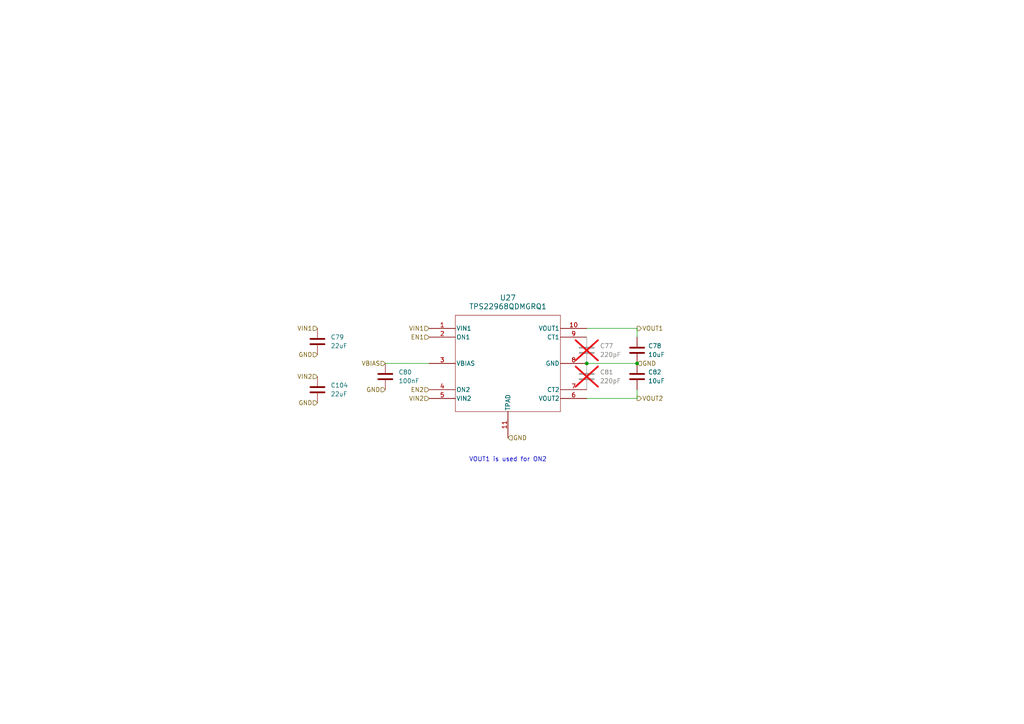
<source format=kicad_sch>
(kicad_sch (version 20250114) (generator "eeschema") (generator_version "9.0")
  (paper "A4")
  (lib_symbols
    (symbol "Common:TPS22968QDMGRQ1" (pin_names (offset 0.254))
      (property "Reference" "U" (at 15.24 33.02 0))
      (property "Value" "TPS22968QDMGRQ1" (at 15.24 30.48 0))
      (symbol "TPS22968QDMGRQ1_0_1"
        (polyline (pts (xy 0 27.94) (xy 0 0)) (stroke (width 0.127)))
        (polyline (pts (xy 0 0) (xy 30.48 0)) (stroke (width 0.127)))
        (polyline (pts (xy 30.48 27.94) (xy 0 27.94)) (stroke (width 0.127)))
        (polyline (pts (xy 30.48 0) (xy 30.48 27.94)) (stroke (width 0.127)))
      )
      (symbol "TPS22968QDMGRQ1_1_1"
        (pin power_in line (at -7.62 24.13 0) (length 7.62) (name "VIN1") (number "1"))
        (pin input line (at -7.62 21.59 0) (length 7.62) (name "ON1") (number "2"))
        (pin power_in line (at -7.62 13.97 0) (length 7.62) (name "VBIAS") (number "3"))
        (pin input line (at -7.62 6.35 0) (length 7.62) (name "ON2") (number "4"))
        (pin power_in line (at -7.62 3.81 0) (length 7.62) (name "VIN2") (number "5"))
        (pin power_in line (at 15.24 -7.62 90) (length 7.62) (name "TPAD") (number "11"))
        (pin power_out line (at 38.1 24.13 180) (length 7.62) (name "VOUT1") (number "10"))
        (pin output line (at 38.1 21.59 180) (length 7.62) (name "CT1") (number "9"))
        (pin power_in line (at 38.1 13.97 180) (length 7.62) (name "GND") (number "8"))
        (pin output line (at 38.1 6.35 180) (length 7.62) (name "CT2") (number "7"))
        (pin power_out line (at 38.1 3.81 180) (length 7.62) (name "VOUT2") (number "6"))
      )
    )
    (symbol "Device:C" (pin_numbers (hide yes)) (pin_names (offset 0.254))
      (property "Reference" "C" (at 0.635 2.54 0))
      (property "Value" "C" (at 0.635 -2.54 0))
      (symbol "C_0_1"
        (polyline (pts (xy -2.032 0.762) (xy 2.032 0.762)) (stroke (width 0.508)))
        (polyline (pts (xy -2.032 -0.762) (xy 2.032 -0.762)) (stroke (width 0.508)))
      )
      (symbol "C_1_1"
        (pin passive line (at 0 3.81 270) (length 2.794) (name "~") (number "1"))
        (pin passive line (at 0 -3.81 90) (length 2.794) (name "~") (number "2"))
      )
    )
  )
  (text "VOUT1 is used for ON2" (at 147.32 133.35 0) (effects (font (size 1.27 1.27))))
  (junction (at 184.785 105.41))
  (junction (at 170.18 105.41))
  (wire (pts (xy 170.18 95.25) (xy 184.785 95.25)))
  (wire (pts (xy 170.18 115.57) (xy 184.785 115.57)))
  (wire (pts (xy 184.785 115.57) (xy 184.785 113.03)))
  (wire (pts (xy 111.76 105.41) (xy 124.46 105.41)))
  (wire (pts (xy 170.18 105.41) (xy 184.785 105.41)))
  (wire (pts (xy 184.785 95.25) (xy 184.785 97.79)))
  (hierarchical_label "VIN1" (shape input) (at 92.075 95.25 180))
  (hierarchical_label "VIN2" (shape input) (at 124.46 115.57 180))
  (hierarchical_label "EN1" (shape input) (at 124.46 97.79 180))
  (hierarchical_label "VOUT2" (shape output) (at 184.785 115.57 0))
  (hierarchical_label "EN2" (shape input) (at 124.46 113.03 180))
  (hierarchical_label "VOUT1" (shape output) (at 184.785 95.25 0))
  (hierarchical_label "VBIAS" (shape input) (at 111.76 105.41 180))
  (hierarchical_label "VIN2" (shape input) (at 92.075 109.22 180))
  (hierarchical_label "GND" (shape input) (at 184.785 105.41 0))
  (hierarchical_label "GND" (shape input) (at 111.76 113.03 180))
  (hierarchical_label "VIN1" (shape input) (at 124.46 95.25 180))
  (hierarchical_label "GND" (shape input) (at 92.075 102.87 180))
  (hierarchical_label "GND" (shape input) (at 92.075 116.84 180))
  (hierarchical_label "GND" (shape input) (at 147.32 127 0))
  (symbol (lib_id "Device:C") (at 170.18 109.22 0) (unit 1) (dnp yes)
    (property "Reference" "C40" (at 173.99 107.9499 0) (effects (justify left)))
    (property "Value" "220pF" (at 173.99 110.4899 0) (effects (justify left)))
    (property "Footprint" "Capacitor_SMD:C_0402_1005Metric_Pad0.74x0.62mm_HandSolder" (effects (hide yes)))
    (property "Datasheet" "https://search.murata.co.jp/Ceramy/image/img/A01X/G101/ENG/GRM1555C1H221JA01-01.pdf" (effects (hide yes)))
    (property "Description" "Unpolarized capacitor" (effects (hide yes)))
    (property "Temperture Coefficient" "C0G/NP0" (effects (hide yes)))
    (property "Tolerance" "1" (effects (hide yes)))
    (property "Voltage" "50" (effects (hide yes)))
    (property "Manufacturer" "Murata" (effects (hide yes)))
    (property "Part Number" "GRM1555C1H221JA01J" (effects (hide yes)))
    (instances (project "EPS" (path "" (reference "C81") (unit 1)) (path "" (reference "C87") (unit 1)) (path "" (reference "C93") (unit 1)) (path "" (reference "C99") (unit 1)) (path "" (reference "C111") (unit 1)) (path "" (reference "C5") (unit 1)) (path "" (reference "C11") (unit 1)) (path "" (reference "C105") (unit 1))) (project "sci_board_wo_switches" (path "" (reference "C102") (unit 1)) (path "" (reference "C40") (unit 1)) (path "" (reference "C47") (unit 1))) (project "AVIONICS_BOARD" (path "" (reference "C59") (unit 1)) (path "" (reference "C68") (unit 1)) (path "" (reference "C74") (unit 1)) (path "" (reference "C80") (unit 1))))
  )
  (symbol (lib_id "Device:C") (at 184.785 109.22 0) (unit 1)
    (property "Reference" "C41" (at 187.96 107.9499 0) (effects (justify left)))
    (property "Value" "10uF" (at 187.96 110.4899 0) (effects (justify left)))
    (property "Footprint" "Capacitor_SMD:C_0603_1608Metric_Pad1.08x0.95mm_HandSolder" (effects (hide yes)))
    (property "Datasheet" "https://search.murata.co.jp/Ceramy/image/img/A01X/G101/ENG/GRM188R61E106KA73-01.pdf" (effects (hide yes)))
    (property "Description" "Unpolarized capacitor" (effects (hide yes)))
    (property "Tolerance" "10" (effects (hide yes)))
    (property "Voltage" "25" (effects (hide yes)))
    (property "Temperture Coefficient" "X5R" (effects (hide yes)))
    (property "Manufacturer" "Murata" (effects (hide yes)))
    (property "Part Number" "GRM188R61E106KA73D" (effects (hide yes)))
    (instances (project "EPS" (path "" (reference "C82") (unit 1)) (path "" (reference "C88") (unit 1)) (path "" (reference "C94") (unit 1)) (path "" (reference "C100") (unit 1)) (path "" (reference "C112") (unit 1)) (path "" (reference "C6") (unit 1)) (path "" (reference "C12") (unit 1)) (path "" (reference "C106") (unit 1))) (project "sci_board_wo_switches" (path "" (reference "C103") (unit 1)) (path "" (reference "C41") (unit 1)) (path "" (reference "C48") (unit 1))) (project "AVIONICS_BOARD" (path "" (reference "C60") (unit 1)) (path "" (reference "C69") (unit 1)) (path "" (reference "C75") (unit 1)) (path "" (reference "C81") (unit 1))))
  )
  (symbol (lib_id "Common:TPS22968QDMGRQ1") (at 132.08 119.38 0) (unit 1)
    (property "Reference" "U4" (at 147.32 86.36 0) (effects (font (size 1.524 1.524))))
    (property "Value" "TPS22968QDMGRQ1" (at 147.32 88.9 0) (effects (font (size 1.524 1.524))))
    (property "Footprint" "Package_SON:WSON-10-1EP_2x3mm_P0.5mm_EP0.84x2.4mm" (effects (hide yes)))
    (property "Datasheet" "https://www.ti.com/lit/ds/symlink/tps22968-q1.pdf?HQS=dis-dk-null-digikeymode-dsf-pf-null-wwe&ts=1746990618053&ref_url=https%253A%252F%252Fwww.ti.com%252Fgeneral%252Fdocs%252Fsuppproductinfo.tsp%253FdistId%253D10%2526gotoUrl%253Dhttps%253A%252F%252Fwww.ti.com%252Flit%252Fgpn%252Ftps22968-q1" (effects (hide yes)))
    (property "Description" "IC PWR SWITCH N-CHAN 1:1 10WSON" (effects (hide yes)))
    (property "Manufacturer" "TI" (effects (hide yes)))
    (property "Part Number" "TPS22968QDMGRQ1" (effects (hide yes)))
    (instances (project "EPS" (path "" (reference "U27") (unit 1)) (path "" (reference "U28") (unit 1)) (path "" (reference "U29") (unit 1)) (path "" (reference "U30") (unit 1)) (path "" (reference "U32") (unit 1)) (path "" (reference "U1") (unit 1)) (path "" (reference "U2") (unit 1)) (path "" (reference "U31") (unit 1))) (project "sci_board_wo_switches" (path "" (reference "U28") (unit 1)) (path "" (reference "U4") (unit 1)) (path "" (reference "U5") (unit 1))) (project "AVIONICS_BOARD" (path "" (reference "U15") (unit 1)) (path "" (reference "U18") (unit 1)) (path "" (reference "U19") (unit 1)) (path "" (reference "U20") (unit 1))))
  )
  (symbol (lib_id "Device:C") (at 111.76 109.22 0) (unit 1)
    (property "Reference" "C39" (at 115.57 107.9499 0) (effects (justify left)))
    (property "Value" "100nF" (at 115.57 110.4899 0) (effects (justify left)))
    (property "Footprint" "Capacitor_SMD:C_0402_1005Metric_Pad0.74x0.62mm_HandSolder" (effects (hide yes)))
    (property "Datasheet" "https://search.murata.co.jp/Ceramy/image/img/A01X/G101/ENG/GRM155R61E104KA87-01.pdf" (effects (hide yes)))
    (property "Description" "Unpolarized capacitor" (effects (hide yes)))
    (property "Temperture Coefficient" "X5R" (effects (hide yes)))
    (property "Tolerance" "10" (effects (hide yes)))
    (property "Voltage" "25" (effects (hide yes)))
    (property "Manufacturer" "Murata" (effects (hide yes)))
    (property "Part Number" "GRM155R61E104KA87D" (effects (hide yes)))
    (instances (project "EPS" (path "" (reference "C80") (unit 1)) (path "" (reference "C86") (unit 1)) (path "" (reference "C92") (unit 1)) (path "" (reference "C98") (unit 1)) (path "" (reference "C110") (unit 1)) (path "" (reference "C4") (unit 1)) (path "" (reference "C10") (unit 1)) (path "" (reference "C104") (unit 1))) (project "sci_board_wo_switches" (path "" (reference "C101") (unit 1)) (path "" (reference "C39") (unit 1)) (path "" (reference "C46") (unit 1))) (project "AVIONICS_BOARD" (path "" (reference "C58") (unit 1)) (path "" (reference "C67") (unit 1)) (path "" (reference "C73") (unit 1)) (path "" (reference "C79") (unit 1))))
  )
  (symbol (lib_id "Device:C") (at 184.785 101.6 0) (unit 1)
    (property "Reference" "C38" (at 187.96 100.3299 0) (effects (justify left)))
    (property "Value" "10uF" (at 187.96 102.8699 0) (effects (justify left)))
    (property "Footprint" "Capacitor_SMD:C_0603_1608Metric_Pad1.08x0.95mm_HandSolder" (effects (hide yes)))
    (property "Datasheet" "https://search.murata.co.jp/Ceramy/image/img/A01X/G101/ENG/GRM188R61E106KA73-01.pdf" (effects (hide yes)))
    (property "Description" "Unpolarized capacitor" (effects (hide yes)))
    (property "Tolerance" "10" (effects (hide yes)))
    (property "Voltage" "25" (effects (hide yes)))
    (property "Temperture Coefficient" "X5R" (effects (hide yes)))
    (property "Manufacturer" "Murata" (effects (hide yes)))
    (property "Part Number" "GRM188R61E106KA73D" (effects (hide yes)))
    (instances (project "EPS" (path "" (reference "C78") (unit 1)) (path "" (reference "C84") (unit 1)) (path "" (reference "C90") (unit 1)) (path "" (reference "C96") (unit 1)) (path "" (reference "C108") (unit 1)) (path "" (reference "C2") (unit 1)) (path "" (reference "C8") (unit 1)) (path "" (reference "C102") (unit 1))) (project "sci_board_wo_switches" (path "" (reference "C100") (unit 1)) (path "" (reference "C38") (unit 1)) (path "" (reference "C45") (unit 1))) (project "AVIONICS_BOARD" (path "" (reference "C56") (unit 1)) (path "" (reference "C65") (unit 1)) (path "" (reference "C71") (unit 1)) (path "" (reference "C77") (unit 1))))
  )
  (symbol (lib_id "Device:C") (at 92.075 99.06 0) (unit 1)
    (property "Reference" "C36" (at 95.885 97.7899 0) (effects (justify left)))
    (property "Value" "22uF" (at 95.885 100.3299 0) (effects (justify left)))
    (property "Footprint" "Capacitor_SMD:C_0603_1608Metric_Pad1.08x0.95mm_HandSolder" (effects (hide yes)))
    (property "Datasheet" "https://search.murata.co.jp/Ceramy/image/img/A01X/G101/ENG/GRM188R61A226ME15-01.pdf" (effects (hide yes)))
    (property "Description" "Unpolarized capacitor" (effects (hide yes)))
    (property "Tolerance" "20" (effects (hide yes)))
    (property "Voltage" "10" (effects (hide yes)))
    (property "Temperture Coefficient" "X5R" (effects (hide yes)))
    (property "Manufacturer" "Murata" (effects (hide yes)))
    (property "Part Number" "GRM188R61A226ME15D" (effects (hide yes)))
    (instances (project "EPS" (path "" (reference "C79") (unit 1)) (path "" (reference "C85") (unit 1)) (path "" (reference "C91") (unit 1)) (path "" (reference "C97") (unit 1)) (path "" (reference "C109") (unit 1)) (path "" (reference "C3") (unit 1)) (path "" (reference "C9") (unit 1)) (path "" (reference "C103") (unit 1))) (project "sci_board_wo_switches" (path "" (reference "C98") (unit 1)) (path "" (reference "C36") (unit 1)) (path "" (reference "C43") (unit 1))) (project "AVIONICS_BOARD" (path "" (reference "C57") (unit 1)) (path "" (reference "C66") (unit 1)) (path "" (reference "C72") (unit 1)) (path "" (reference "C78") (unit 1))))
  )
  (symbol (lib_id "Device:C") (at 170.18 101.6 0) (unit 1) (dnp yes)
    (property "Reference" "C37" (at 173.99 100.3299 0) (effects (justify left)))
    (property "Value" "220pF" (at 173.99 102.8699 0) (effects (justify left)))
    (property "Footprint" "Capacitor_SMD:C_0402_1005Metric_Pad0.74x0.62mm_HandSolder" (effects (hide yes)))
    (property "Datasheet" "https://search.murata.co.jp/Ceramy/image/img/A01X/G101/ENG/GRM1555C1H221JA01-01.pdf" (effects (hide yes)))
    (property "Description" "Unpolarized capacitor" (effects (hide yes)))
    (property "Temperture Coefficient" "C0G/NP0" (effects (hide yes)))
    (property "Tolerance" "1" (effects (hide yes)))
    (property "Voltage" "50" (effects (hide yes)))
    (property "Manufacturer" "Murata" (effects (hide yes)))
    (property "Part Number" "GRM1555C1H221JA01J" (effects (hide yes)))
    (instances (project "EPS" (path "" (reference "C77") (unit 1)) (path "" (reference "C83") (unit 1)) (path "" (reference "C89") (unit 1)) (path "" (reference "C95") (unit 1)) (path "" (reference "C107") (unit 1)) (path "" (reference "C1") (unit 1)) (path "" (reference "C7") (unit 1)) (path "" (reference "C101") (unit 1))) (project "sci_board_wo_switches" (path "" (reference "C99") (unit 1)) (path "" (reference "C37") (unit 1)) (path "" (reference "C44") (unit 1))) (project "AVIONICS_BOARD" (path "" (reference "C55") (unit 1)) (path "" (reference "C64") (unit 1)) (path "" (reference "C70") (unit 1)) (path "" (reference "C76") (unit 1))))
  )
  (symbol (lib_id "Device:C") (at 92.075 113.03 0) (unit 1)
    (property "Reference" "C42" (at 95.885 111.7599 0) (effects (justify left)))
    (property "Value" "22uF" (at 95.885 114.2999 0) (effects (justify left)))
    (property "Footprint" "Capacitor_SMD:C_0603_1608Metric_Pad1.08x0.95mm_HandSolder" (effects (hide yes)))
    (property "Datasheet" "https://search.murata.co.jp/Ceramy/image/img/A01X/G101/ENG/GRM188R61A226ME15-01.pdf" (effects (hide yes)))
    (property "Description" "Unpolarized capacitor" (effects (hide yes)))
    (property "Tolerance" "20" (effects (hide yes)))
    (property "Voltage" "10" (effects (hide yes)))
    (property "Temperture Coefficient" "X5R" (effects (hide yes)))
    (property "Manufacturer" "Murata" (effects (hide yes)))
    (property "Part Number" "GRM188R61A226ME15D" (effects (hide yes)))
    (instances (project "sci_board_wo_switches" (path "" (reference "C104") (unit 1)) (path "" (reference "C42") (unit 1)) (path "" (reference "C49") (unit 1))))
  )
)
</source>
